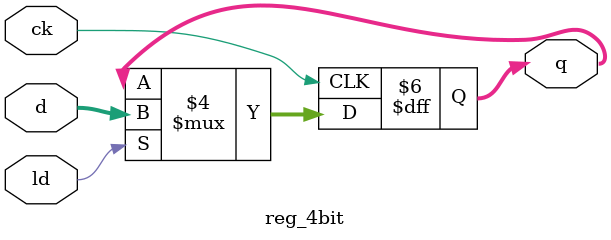
<source format=v>
`timescale 1 ns/100 ps

module reg_4bit( input ck,
				 input ld,
				 input [3:0] d,
				 output reg [3:0] q);
	initial begin
		q = 0;
	end

	always @ (posedge ck) begin
		if(ld) begin
			q = d;
		end
		else begin end
	end
endmodule

</source>
